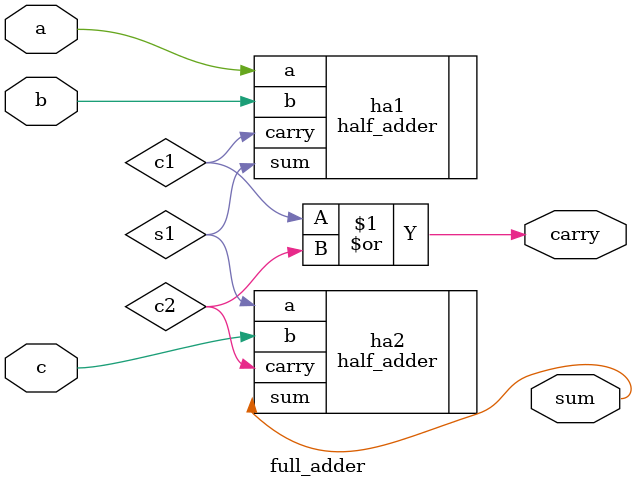
<source format=v>
module full_adder(a,b,c,sum,carry);
input a,b,c;
output sum,carry;
wire s1, c1, c2;

half_adder ha1(.a(a), .b(b), .sum(s1), .carry(c1));
half_adder ha2(.a(s1), .b(c), .sum(sum), .carry(c2));
or or1(carry, c1, c2);

endmodule
</source>
